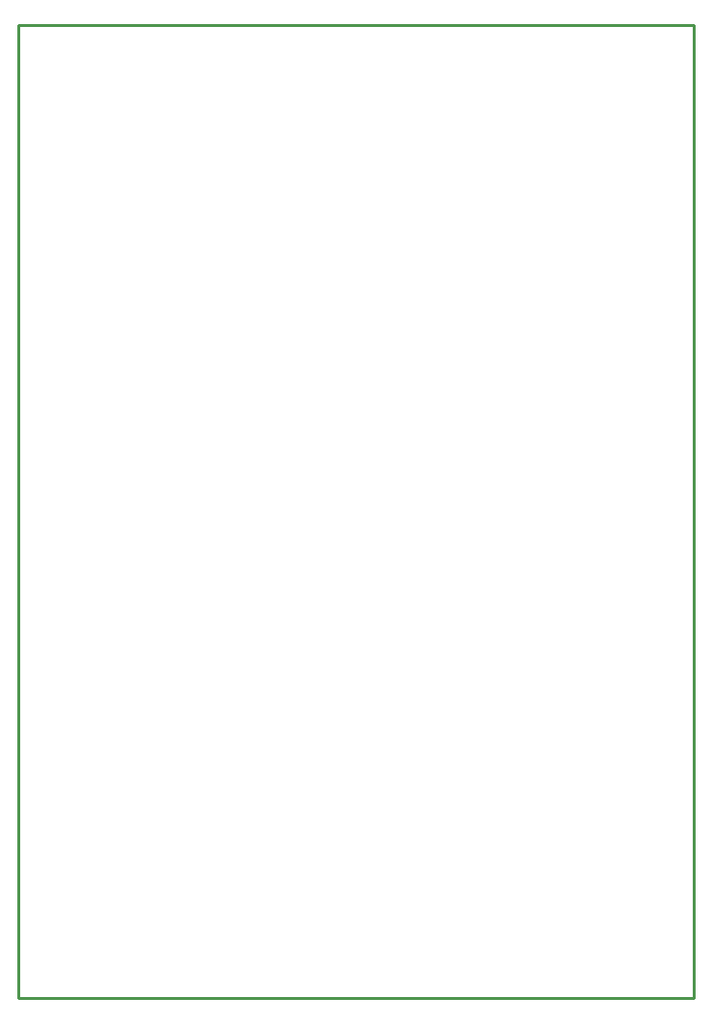
<source format=gko>
G04*
G04 #@! TF.GenerationSoftware,Altium Limited,Altium Designer,22.4.2 (48)*
G04*
G04 Layer_Color=16711935*
%FSLAX25Y25*%
%MOIN*%
G70*
G04*
G04 #@! TF.SameCoordinates,D4827CC2-CCBD-4F76-BBD4-9D2AE6A5A8F2*
G04*
G04*
G04 #@! TF.FilePolarity,Positive*
G04*
G01*
G75*
%ADD19C,0.01000*%
D19*
X100000Y99917D02*
X333990D01*
X333990Y99917D01*
Y436496D01*
X333986Y436500D02*
X333990Y436496D01*
X100000Y436500D02*
X333986D01*
X100000Y99917D02*
Y436500D01*
M02*

</source>
